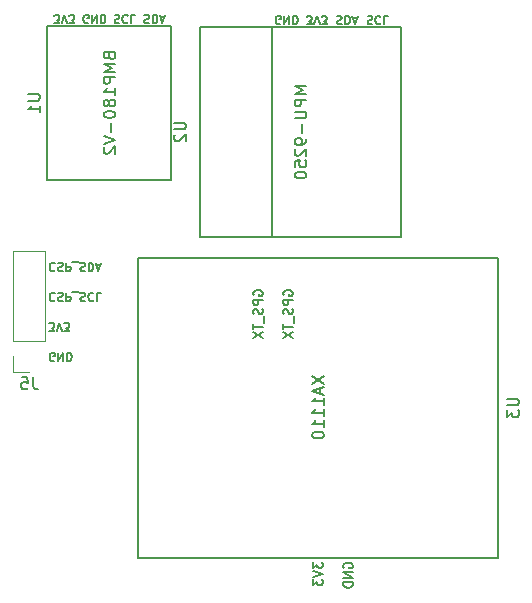
<source format=gbo>
G04 #@! TF.GenerationSoftware,KiCad,Pcbnew,6.0.0-unknown-920f128~86~ubuntu18.04.1*
G04 #@! TF.CreationDate,2019-07-19T16:23:03-04:00*
G04 #@! TF.ProjectId,OBC,4f42432e-6b69-4636-9164-5f7063625858,rev?*
G04 #@! TF.SameCoordinates,Original*
G04 #@! TF.FileFunction,Legend,Bot*
G04 #@! TF.FilePolarity,Positive*
%FSLAX46Y46*%
G04 Gerber Fmt 4.6, Leading zero omitted, Abs format (unit mm)*
G04 Created by KiCad (PCBNEW 6.0.0-unknown-920f128~86~ubuntu18.04.1) date 2019-07-19 16:23:03*
%MOMM*%
%LPD*%
G04 APERTURE LIST*
%ADD10C,0.150000*%
%ADD11C,0.120000*%
G04 APERTURE END LIST*
D10*
X152035000Y-70407023D02*
X151996904Y-70330833D01*
X151996904Y-70216547D01*
X152035000Y-70102261D01*
X152111190Y-70026071D01*
X152187380Y-69987976D01*
X152339761Y-69949880D01*
X152454047Y-69949880D01*
X152606428Y-69987976D01*
X152682619Y-70026071D01*
X152758809Y-70102261D01*
X152796904Y-70216547D01*
X152796904Y-70292738D01*
X152758809Y-70407023D01*
X152720714Y-70445119D01*
X152454047Y-70445119D01*
X152454047Y-70292738D01*
X152796904Y-70787976D02*
X151996904Y-70787976D01*
X151996904Y-71092738D01*
X152035000Y-71168928D01*
X152073095Y-71207023D01*
X152149285Y-71245119D01*
X152263571Y-71245119D01*
X152339761Y-71207023D01*
X152377857Y-71168928D01*
X152415952Y-71092738D01*
X152415952Y-70787976D01*
X152758809Y-71549880D02*
X152796904Y-71664166D01*
X152796904Y-71854642D01*
X152758809Y-71930833D01*
X152720714Y-71968928D01*
X152644523Y-72007023D01*
X152568333Y-72007023D01*
X152492142Y-71968928D01*
X152454047Y-71930833D01*
X152415952Y-71854642D01*
X152377857Y-71702261D01*
X152339761Y-71626071D01*
X152301666Y-71587976D01*
X152225476Y-71549880D01*
X152149285Y-71549880D01*
X152073095Y-71587976D01*
X152035000Y-71626071D01*
X151996904Y-71702261D01*
X151996904Y-71892738D01*
X152035000Y-72007023D01*
X152873095Y-72159404D02*
X152873095Y-72768928D01*
X151996904Y-72845119D02*
X151996904Y-73302261D01*
X152796904Y-73073690D02*
X151996904Y-73073690D01*
X151996904Y-73492738D02*
X152796904Y-74026071D01*
X151996904Y-74026071D02*
X152796904Y-73492738D01*
X149495000Y-70407023D02*
X149456904Y-70330833D01*
X149456904Y-70216547D01*
X149495000Y-70102261D01*
X149571190Y-70026071D01*
X149647380Y-69987976D01*
X149799761Y-69949880D01*
X149914047Y-69949880D01*
X150066428Y-69987976D01*
X150142619Y-70026071D01*
X150218809Y-70102261D01*
X150256904Y-70216547D01*
X150256904Y-70292738D01*
X150218809Y-70407023D01*
X150180714Y-70445119D01*
X149914047Y-70445119D01*
X149914047Y-70292738D01*
X150256904Y-70787976D02*
X149456904Y-70787976D01*
X149456904Y-71092738D01*
X149495000Y-71168928D01*
X149533095Y-71207023D01*
X149609285Y-71245119D01*
X149723571Y-71245119D01*
X149799761Y-71207023D01*
X149837857Y-71168928D01*
X149875952Y-71092738D01*
X149875952Y-70787976D01*
X150218809Y-71549880D02*
X150256904Y-71664166D01*
X150256904Y-71854642D01*
X150218809Y-71930833D01*
X150180714Y-71968928D01*
X150104523Y-72007023D01*
X150028333Y-72007023D01*
X149952142Y-71968928D01*
X149914047Y-71930833D01*
X149875952Y-71854642D01*
X149837857Y-71702261D01*
X149799761Y-71626071D01*
X149761666Y-71587976D01*
X149685476Y-71549880D01*
X149609285Y-71549880D01*
X149533095Y-71587976D01*
X149495000Y-71626071D01*
X149456904Y-71702261D01*
X149456904Y-71892738D01*
X149495000Y-72007023D01*
X150333095Y-72159404D02*
X150333095Y-72768928D01*
X149456904Y-72845119D02*
X149456904Y-73302261D01*
X150256904Y-73073690D02*
X149456904Y-73073690D01*
X149456904Y-73492738D02*
X150256904Y-74026071D01*
X149456904Y-74026071D02*
X150256904Y-73492738D01*
X157115000Y-93507023D02*
X157076904Y-93430833D01*
X157076904Y-93316547D01*
X157115000Y-93202261D01*
X157191190Y-93126071D01*
X157267380Y-93087976D01*
X157419761Y-93049880D01*
X157534047Y-93049880D01*
X157686428Y-93087976D01*
X157762619Y-93126071D01*
X157838809Y-93202261D01*
X157876904Y-93316547D01*
X157876904Y-93392738D01*
X157838809Y-93507023D01*
X157800714Y-93545119D01*
X157534047Y-93545119D01*
X157534047Y-93392738D01*
X157876904Y-93887976D02*
X157076904Y-93887976D01*
X157876904Y-94345119D01*
X157076904Y-94345119D01*
X157876904Y-94726071D02*
X157076904Y-94726071D01*
X157076904Y-94916547D01*
X157115000Y-95030833D01*
X157191190Y-95107023D01*
X157267380Y-95145119D01*
X157419761Y-95183214D01*
X157534047Y-95183214D01*
X157686428Y-95145119D01*
X157762619Y-95107023D01*
X157838809Y-95030833D01*
X157876904Y-94916547D01*
X157876904Y-94726071D01*
X154536904Y-93011785D02*
X154536904Y-93507023D01*
X154841666Y-93240357D01*
X154841666Y-93354642D01*
X154879761Y-93430833D01*
X154917857Y-93468928D01*
X154994047Y-93507023D01*
X155184523Y-93507023D01*
X155260714Y-93468928D01*
X155298809Y-93430833D01*
X155336904Y-93354642D01*
X155336904Y-93126071D01*
X155298809Y-93049880D01*
X155260714Y-93011785D01*
X154536904Y-93735595D02*
X155336904Y-94002261D01*
X154536904Y-94268928D01*
X154536904Y-94459404D02*
X154536904Y-94954642D01*
X154841666Y-94687976D01*
X154841666Y-94802261D01*
X154879761Y-94878452D01*
X154917857Y-94916547D01*
X154994047Y-94954642D01*
X155184523Y-94954642D01*
X155260714Y-94916547D01*
X155298809Y-94878452D01*
X155336904Y-94802261D01*
X155336904Y-94573690D01*
X155298809Y-94497500D01*
X155260714Y-94459404D01*
X159126666Y-46791666D02*
X159226666Y-46758333D01*
X159393333Y-46758333D01*
X159460000Y-46791666D01*
X159493333Y-46825000D01*
X159526666Y-46891666D01*
X159526666Y-46958333D01*
X159493333Y-47025000D01*
X159460000Y-47058333D01*
X159393333Y-47091666D01*
X159260000Y-47125000D01*
X159193333Y-47158333D01*
X159160000Y-47191666D01*
X159126666Y-47258333D01*
X159126666Y-47325000D01*
X159160000Y-47391666D01*
X159193333Y-47425000D01*
X159260000Y-47458333D01*
X159426666Y-47458333D01*
X159526666Y-47425000D01*
X160226666Y-46825000D02*
X160193333Y-46791666D01*
X160093333Y-46758333D01*
X160026666Y-46758333D01*
X159926666Y-46791666D01*
X159860000Y-46858333D01*
X159826666Y-46925000D01*
X159793333Y-47058333D01*
X159793333Y-47158333D01*
X159826666Y-47291666D01*
X159860000Y-47358333D01*
X159926666Y-47425000D01*
X160026666Y-47458333D01*
X160093333Y-47458333D01*
X160193333Y-47425000D01*
X160226666Y-47391666D01*
X160860000Y-46758333D02*
X160526666Y-46758333D01*
X160526666Y-47458333D01*
X156550000Y-46791666D02*
X156650000Y-46758333D01*
X156816666Y-46758333D01*
X156883333Y-46791666D01*
X156916666Y-46825000D01*
X156950000Y-46891666D01*
X156950000Y-46958333D01*
X156916666Y-47025000D01*
X156883333Y-47058333D01*
X156816666Y-47091666D01*
X156683333Y-47125000D01*
X156616666Y-47158333D01*
X156583333Y-47191666D01*
X156550000Y-47258333D01*
X156550000Y-47325000D01*
X156583333Y-47391666D01*
X156616666Y-47425000D01*
X156683333Y-47458333D01*
X156850000Y-47458333D01*
X156950000Y-47425000D01*
X157250000Y-46758333D02*
X157250000Y-47458333D01*
X157416666Y-47458333D01*
X157516666Y-47425000D01*
X157583333Y-47358333D01*
X157616666Y-47291666D01*
X157650000Y-47158333D01*
X157650000Y-47058333D01*
X157616666Y-46925000D01*
X157583333Y-46858333D01*
X157516666Y-46791666D01*
X157416666Y-46758333D01*
X157250000Y-46758333D01*
X157916666Y-46958333D02*
X158250000Y-46958333D01*
X157850000Y-46758333D02*
X158083333Y-47458333D01*
X158316666Y-46758333D01*
X153973333Y-47458333D02*
X154406666Y-47458333D01*
X154173333Y-47191666D01*
X154273333Y-47191666D01*
X154340000Y-47158333D01*
X154373333Y-47125000D01*
X154406666Y-47058333D01*
X154406666Y-46891666D01*
X154373333Y-46825000D01*
X154340000Y-46791666D01*
X154273333Y-46758333D01*
X154073333Y-46758333D01*
X154006666Y-46791666D01*
X153973333Y-46825000D01*
X154606666Y-47458333D02*
X154840000Y-46758333D01*
X155073333Y-47458333D01*
X155240000Y-47458333D02*
X155673333Y-47458333D01*
X155440000Y-47191666D01*
X155540000Y-47191666D01*
X155606666Y-47158333D01*
X155640000Y-47125000D01*
X155673333Y-47058333D01*
X155673333Y-46891666D01*
X155640000Y-46825000D01*
X155606666Y-46791666D01*
X155540000Y-46758333D01*
X155340000Y-46758333D01*
X155273333Y-46791666D01*
X155240000Y-46825000D01*
X151746666Y-47425000D02*
X151680000Y-47458333D01*
X151580000Y-47458333D01*
X151480000Y-47425000D01*
X151413333Y-47358333D01*
X151380000Y-47291666D01*
X151346666Y-47158333D01*
X151346666Y-47058333D01*
X151380000Y-46925000D01*
X151413333Y-46858333D01*
X151480000Y-46791666D01*
X151580000Y-46758333D01*
X151646666Y-46758333D01*
X151746666Y-46791666D01*
X151780000Y-46825000D01*
X151780000Y-47058333D01*
X151646666Y-47058333D01*
X152080000Y-46758333D02*
X152080000Y-47458333D01*
X152480000Y-46758333D01*
X152480000Y-47458333D01*
X152813333Y-46758333D02*
X152813333Y-47458333D01*
X152980000Y-47458333D01*
X153080000Y-47425000D01*
X153146666Y-47358333D01*
X153180000Y-47291666D01*
X153213333Y-47158333D01*
X153213333Y-47058333D01*
X153180000Y-46925000D01*
X153146666Y-46858333D01*
X153080000Y-46791666D01*
X152980000Y-46758333D01*
X152813333Y-46758333D01*
X140235000Y-46716666D02*
X140335000Y-46683333D01*
X140501666Y-46683333D01*
X140568333Y-46716666D01*
X140601666Y-46750000D01*
X140635000Y-46816666D01*
X140635000Y-46883333D01*
X140601666Y-46950000D01*
X140568333Y-46983333D01*
X140501666Y-47016666D01*
X140368333Y-47050000D01*
X140301666Y-47083333D01*
X140268333Y-47116666D01*
X140235000Y-47183333D01*
X140235000Y-47250000D01*
X140268333Y-47316666D01*
X140301666Y-47350000D01*
X140368333Y-47383333D01*
X140535000Y-47383333D01*
X140635000Y-47350000D01*
X140935000Y-46683333D02*
X140935000Y-47383333D01*
X141101666Y-47383333D01*
X141201666Y-47350000D01*
X141268333Y-47283333D01*
X141301666Y-47216666D01*
X141335000Y-47083333D01*
X141335000Y-46983333D01*
X141301666Y-46850000D01*
X141268333Y-46783333D01*
X141201666Y-46716666D01*
X141101666Y-46683333D01*
X140935000Y-46683333D01*
X141601666Y-46883333D02*
X141935000Y-46883333D01*
X141535000Y-46683333D02*
X141768333Y-47383333D01*
X142001666Y-46683333D01*
X137711666Y-46716666D02*
X137811666Y-46683333D01*
X137978333Y-46683333D01*
X138045000Y-46716666D01*
X138078333Y-46750000D01*
X138111666Y-46816666D01*
X138111666Y-46883333D01*
X138078333Y-46950000D01*
X138045000Y-46983333D01*
X137978333Y-47016666D01*
X137845000Y-47050000D01*
X137778333Y-47083333D01*
X137745000Y-47116666D01*
X137711666Y-47183333D01*
X137711666Y-47250000D01*
X137745000Y-47316666D01*
X137778333Y-47350000D01*
X137845000Y-47383333D01*
X138011666Y-47383333D01*
X138111666Y-47350000D01*
X138811666Y-46750000D02*
X138778333Y-46716666D01*
X138678333Y-46683333D01*
X138611666Y-46683333D01*
X138511666Y-46716666D01*
X138445000Y-46783333D01*
X138411666Y-46850000D01*
X138378333Y-46983333D01*
X138378333Y-47083333D01*
X138411666Y-47216666D01*
X138445000Y-47283333D01*
X138511666Y-47350000D01*
X138611666Y-47383333D01*
X138678333Y-47383333D01*
X138778333Y-47350000D01*
X138811666Y-47316666D01*
X139445000Y-46683333D02*
X139111666Y-46683333D01*
X139111666Y-47383333D01*
X135471666Y-47350000D02*
X135405000Y-47383333D01*
X135305000Y-47383333D01*
X135205000Y-47350000D01*
X135138333Y-47283333D01*
X135105000Y-47216666D01*
X135071666Y-47083333D01*
X135071666Y-46983333D01*
X135105000Y-46850000D01*
X135138333Y-46783333D01*
X135205000Y-46716666D01*
X135305000Y-46683333D01*
X135371666Y-46683333D01*
X135471666Y-46716666D01*
X135505000Y-46750000D01*
X135505000Y-46983333D01*
X135371666Y-46983333D01*
X135805000Y-46683333D02*
X135805000Y-47383333D01*
X136205000Y-46683333D01*
X136205000Y-47383333D01*
X136538333Y-46683333D02*
X136538333Y-47383333D01*
X136705000Y-47383333D01*
X136805000Y-47350000D01*
X136871666Y-47283333D01*
X136905000Y-47216666D01*
X136938333Y-47083333D01*
X136938333Y-46983333D01*
X136905000Y-46850000D01*
X136871666Y-46783333D01*
X136805000Y-46716666D01*
X136705000Y-46683333D01*
X136538333Y-46683333D01*
X132598333Y-47383333D02*
X133031666Y-47383333D01*
X132798333Y-47116666D01*
X132898333Y-47116666D01*
X132965000Y-47083333D01*
X132998333Y-47050000D01*
X133031666Y-46983333D01*
X133031666Y-46816666D01*
X132998333Y-46750000D01*
X132965000Y-46716666D01*
X132898333Y-46683333D01*
X132698333Y-46683333D01*
X132631666Y-46716666D01*
X132598333Y-46750000D01*
X133231666Y-47383333D02*
X133465000Y-46683333D01*
X133698333Y-47383333D01*
X133865000Y-47383333D02*
X134298333Y-47383333D01*
X134065000Y-47116666D01*
X134165000Y-47116666D01*
X134231666Y-47083333D01*
X134265000Y-47050000D01*
X134298333Y-46983333D01*
X134298333Y-46816666D01*
X134265000Y-46750000D01*
X134231666Y-46716666D01*
X134165000Y-46683333D01*
X133965000Y-46683333D01*
X133898333Y-46716666D01*
X133865000Y-46750000D01*
X132605833Y-75950000D02*
X132539166Y-75983333D01*
X132439166Y-75983333D01*
X132339166Y-75950000D01*
X132272500Y-75883333D01*
X132239166Y-75816666D01*
X132205833Y-75683333D01*
X132205833Y-75583333D01*
X132239166Y-75450000D01*
X132272500Y-75383333D01*
X132339166Y-75316666D01*
X132439166Y-75283333D01*
X132505833Y-75283333D01*
X132605833Y-75316666D01*
X132639166Y-75350000D01*
X132639166Y-75583333D01*
X132505833Y-75583333D01*
X132939166Y-75283333D02*
X132939166Y-75983333D01*
X133339166Y-75283333D01*
X133339166Y-75983333D01*
X133672500Y-75283333D02*
X133672500Y-75983333D01*
X133839166Y-75983333D01*
X133939166Y-75950000D01*
X134005833Y-75883333D01*
X134039166Y-75816666D01*
X134072500Y-75683333D01*
X134072500Y-75583333D01*
X134039166Y-75450000D01*
X134005833Y-75383333D01*
X133939166Y-75316666D01*
X133839166Y-75283333D01*
X133672500Y-75283333D01*
X132172500Y-73443333D02*
X132605833Y-73443333D01*
X132372500Y-73176666D01*
X132472500Y-73176666D01*
X132539166Y-73143333D01*
X132572500Y-73110000D01*
X132605833Y-73043333D01*
X132605833Y-72876666D01*
X132572500Y-72810000D01*
X132539166Y-72776666D01*
X132472500Y-72743333D01*
X132272500Y-72743333D01*
X132205833Y-72776666D01*
X132172500Y-72810000D01*
X132805833Y-73443333D02*
X133039166Y-72743333D01*
X133272500Y-73443333D01*
X133439166Y-73443333D02*
X133872500Y-73443333D01*
X133639166Y-73176666D01*
X133739166Y-73176666D01*
X133805833Y-73143333D01*
X133839166Y-73110000D01*
X133872500Y-73043333D01*
X133872500Y-72876666D01*
X133839166Y-72810000D01*
X133805833Y-72776666D01*
X133739166Y-72743333D01*
X133539166Y-72743333D01*
X133472500Y-72776666D01*
X133439166Y-72810000D01*
X132639166Y-70270000D02*
X132605833Y-70236666D01*
X132505833Y-70203333D01*
X132439166Y-70203333D01*
X132339166Y-70236666D01*
X132272500Y-70303333D01*
X132239166Y-70370000D01*
X132205833Y-70503333D01*
X132205833Y-70603333D01*
X132239166Y-70736666D01*
X132272500Y-70803333D01*
X132339166Y-70870000D01*
X132439166Y-70903333D01*
X132505833Y-70903333D01*
X132605833Y-70870000D01*
X132639166Y-70836666D01*
X132905833Y-70236666D02*
X133005833Y-70203333D01*
X133172500Y-70203333D01*
X133239166Y-70236666D01*
X133272500Y-70270000D01*
X133305833Y-70336666D01*
X133305833Y-70403333D01*
X133272500Y-70470000D01*
X133239166Y-70503333D01*
X133172500Y-70536666D01*
X133039166Y-70570000D01*
X132972500Y-70603333D01*
X132939166Y-70636666D01*
X132905833Y-70703333D01*
X132905833Y-70770000D01*
X132939166Y-70836666D01*
X132972500Y-70870000D01*
X133039166Y-70903333D01*
X133205833Y-70903333D01*
X133305833Y-70870000D01*
X133605833Y-70203333D02*
X133605833Y-70903333D01*
X133872500Y-70903333D01*
X133939166Y-70870000D01*
X133972500Y-70836666D01*
X134005833Y-70770000D01*
X134005833Y-70670000D01*
X133972500Y-70603333D01*
X133939166Y-70570000D01*
X133872500Y-70536666D01*
X133605833Y-70536666D01*
X134139166Y-70136666D02*
X134672500Y-70136666D01*
X134805833Y-70236666D02*
X134905833Y-70203333D01*
X135072500Y-70203333D01*
X135139166Y-70236666D01*
X135172500Y-70270000D01*
X135205833Y-70336666D01*
X135205833Y-70403333D01*
X135172500Y-70470000D01*
X135139166Y-70503333D01*
X135072500Y-70536666D01*
X134939166Y-70570000D01*
X134872500Y-70603333D01*
X134839166Y-70636666D01*
X134805833Y-70703333D01*
X134805833Y-70770000D01*
X134839166Y-70836666D01*
X134872500Y-70870000D01*
X134939166Y-70903333D01*
X135105833Y-70903333D01*
X135205833Y-70870000D01*
X135905833Y-70270000D02*
X135872500Y-70236666D01*
X135772500Y-70203333D01*
X135705833Y-70203333D01*
X135605833Y-70236666D01*
X135539166Y-70303333D01*
X135505833Y-70370000D01*
X135472500Y-70503333D01*
X135472500Y-70603333D01*
X135505833Y-70736666D01*
X135539166Y-70803333D01*
X135605833Y-70870000D01*
X135705833Y-70903333D01*
X135772500Y-70903333D01*
X135872500Y-70870000D01*
X135905833Y-70836666D01*
X136539166Y-70203333D02*
X136205833Y-70203333D01*
X136205833Y-70903333D01*
X132639166Y-67730000D02*
X132605833Y-67696666D01*
X132505833Y-67663333D01*
X132439166Y-67663333D01*
X132339166Y-67696666D01*
X132272500Y-67763333D01*
X132239166Y-67830000D01*
X132205833Y-67963333D01*
X132205833Y-68063333D01*
X132239166Y-68196666D01*
X132272500Y-68263333D01*
X132339166Y-68330000D01*
X132439166Y-68363333D01*
X132505833Y-68363333D01*
X132605833Y-68330000D01*
X132639166Y-68296666D01*
X132905833Y-67696666D02*
X133005833Y-67663333D01*
X133172500Y-67663333D01*
X133239166Y-67696666D01*
X133272500Y-67730000D01*
X133305833Y-67796666D01*
X133305833Y-67863333D01*
X133272500Y-67930000D01*
X133239166Y-67963333D01*
X133172500Y-67996666D01*
X133039166Y-68030000D01*
X132972500Y-68063333D01*
X132939166Y-68096666D01*
X132905833Y-68163333D01*
X132905833Y-68230000D01*
X132939166Y-68296666D01*
X132972500Y-68330000D01*
X133039166Y-68363333D01*
X133205833Y-68363333D01*
X133305833Y-68330000D01*
X133605833Y-67663333D02*
X133605833Y-68363333D01*
X133872500Y-68363333D01*
X133939166Y-68330000D01*
X133972500Y-68296666D01*
X134005833Y-68230000D01*
X134005833Y-68130000D01*
X133972500Y-68063333D01*
X133939166Y-68030000D01*
X133872500Y-67996666D01*
X133605833Y-67996666D01*
X134139166Y-67596666D02*
X134672500Y-67596666D01*
X134805833Y-67696666D02*
X134905833Y-67663333D01*
X135072500Y-67663333D01*
X135139166Y-67696666D01*
X135172500Y-67730000D01*
X135205833Y-67796666D01*
X135205833Y-67863333D01*
X135172500Y-67930000D01*
X135139166Y-67963333D01*
X135072500Y-67996666D01*
X134939166Y-68030000D01*
X134872500Y-68063333D01*
X134839166Y-68096666D01*
X134805833Y-68163333D01*
X134805833Y-68230000D01*
X134839166Y-68296666D01*
X134872500Y-68330000D01*
X134939166Y-68363333D01*
X135105833Y-68363333D01*
X135205833Y-68330000D01*
X135505833Y-67663333D02*
X135505833Y-68363333D01*
X135672500Y-68363333D01*
X135772500Y-68330000D01*
X135839166Y-68263333D01*
X135872500Y-68196666D01*
X135905833Y-68063333D01*
X135905833Y-67963333D01*
X135872500Y-67830000D01*
X135839166Y-67763333D01*
X135772500Y-67696666D01*
X135672500Y-67663333D01*
X135505833Y-67663333D01*
X136172500Y-67863333D02*
X136505833Y-67863333D01*
X136105833Y-67663333D02*
X136339166Y-68363333D01*
X136572500Y-67663333D01*
D11*
X129145000Y-66650000D02*
X131805000Y-66650000D01*
X129145000Y-74330000D02*
X129145000Y-66650000D01*
X131805000Y-74330000D02*
X131805000Y-66650000D01*
X129145000Y-74330000D02*
X131805000Y-74330000D01*
X129145000Y-75600000D02*
X129145000Y-76930000D01*
X129145000Y-76930000D02*
X130475000Y-76930000D01*
D10*
X170215000Y-92625000D02*
X139735000Y-92625000D01*
X139735000Y-92625000D02*
X139735000Y-67225000D01*
X139735000Y-67225000D02*
X170215000Y-67225000D01*
X170215000Y-92625000D02*
X170215000Y-67225000D01*
X161960000Y-47685000D02*
X161960000Y-65465000D01*
X144940000Y-47685000D02*
X144940000Y-65465000D01*
X144940000Y-47685000D02*
X161960000Y-47685000D01*
X144940000Y-65465000D02*
X161960000Y-65465000D01*
X151040000Y-47685000D02*
X151040000Y-65465000D01*
X132025000Y-47625000D02*
X142525000Y-47625000D01*
X142525000Y-47625000D02*
X142525000Y-60625000D01*
X142525000Y-60625000D02*
X132025000Y-60625000D01*
X132025000Y-60625000D02*
X132025000Y-47625000D01*
X130808333Y-77382380D02*
X130808333Y-78096666D01*
X130855952Y-78239523D01*
X130951190Y-78334761D01*
X131094047Y-78382380D01*
X131189285Y-78382380D01*
X129855952Y-77382380D02*
X130332142Y-77382380D01*
X130379761Y-77858571D01*
X130332142Y-77810952D01*
X130236904Y-77763333D01*
X129998809Y-77763333D01*
X129903571Y-77810952D01*
X129855952Y-77858571D01*
X129808333Y-77953809D01*
X129808333Y-78191904D01*
X129855952Y-78287142D01*
X129903571Y-78334761D01*
X129998809Y-78382380D01*
X130236904Y-78382380D01*
X130332142Y-78334761D01*
X130379761Y-78287142D01*
X170937380Y-79163095D02*
X171746904Y-79163095D01*
X171842142Y-79210714D01*
X171889761Y-79258333D01*
X171937380Y-79353571D01*
X171937380Y-79544047D01*
X171889761Y-79639285D01*
X171842142Y-79686904D01*
X171746904Y-79734523D01*
X170937380Y-79734523D01*
X170937380Y-80115476D02*
X170937380Y-80734523D01*
X171318333Y-80401190D01*
X171318333Y-80544047D01*
X171365952Y-80639285D01*
X171413571Y-80686904D01*
X171508809Y-80734523D01*
X171746904Y-80734523D01*
X171842142Y-80686904D01*
X171889761Y-80639285D01*
X171937380Y-80544047D01*
X171937380Y-80258333D01*
X171889761Y-80163095D01*
X171842142Y-80115476D01*
X154427380Y-77258333D02*
X155427380Y-77925000D01*
X154427380Y-77925000D02*
X155427380Y-77258333D01*
X155141666Y-78258333D02*
X155141666Y-78734523D01*
X155427380Y-78163095D02*
X154427380Y-78496428D01*
X155427380Y-78829761D01*
X155427380Y-79686904D02*
X155427380Y-79115476D01*
X155427380Y-79401190D02*
X154427380Y-79401190D01*
X154570238Y-79305952D01*
X154665476Y-79210714D01*
X154713095Y-79115476D01*
X155427380Y-80639285D02*
X155427380Y-80067857D01*
X155427380Y-80353571D02*
X154427380Y-80353571D01*
X154570238Y-80258333D01*
X154665476Y-80163095D01*
X154713095Y-80067857D01*
X155427380Y-81591666D02*
X155427380Y-81020238D01*
X155427380Y-81305952D02*
X154427380Y-81305952D01*
X154570238Y-81210714D01*
X154665476Y-81115476D01*
X154713095Y-81020238D01*
X154427380Y-82210714D02*
X154427380Y-82305952D01*
X154475000Y-82401190D01*
X154522619Y-82448809D01*
X154617857Y-82496428D01*
X154808333Y-82544047D01*
X155046428Y-82544047D01*
X155236904Y-82496428D01*
X155332142Y-82448809D01*
X155379761Y-82401190D01*
X155427380Y-82305952D01*
X155427380Y-82210714D01*
X155379761Y-82115476D01*
X155332142Y-82067857D01*
X155236904Y-82020238D01*
X155046428Y-81972619D01*
X154808333Y-81972619D01*
X154617857Y-82020238D01*
X154522619Y-82067857D01*
X154475000Y-82115476D01*
X154427380Y-82210714D01*
X142742380Y-55813095D02*
X143551904Y-55813095D01*
X143647142Y-55860714D01*
X143694761Y-55908333D01*
X143742380Y-56003571D01*
X143742380Y-56194047D01*
X143694761Y-56289285D01*
X143647142Y-56336904D01*
X143551904Y-56384523D01*
X142742380Y-56384523D01*
X142837619Y-56813095D02*
X142790000Y-56860714D01*
X142742380Y-56955952D01*
X142742380Y-57194047D01*
X142790000Y-57289285D01*
X142837619Y-57336904D01*
X142932857Y-57384523D01*
X143028095Y-57384523D01*
X143170952Y-57336904D01*
X143742380Y-56765476D01*
X143742380Y-57384523D01*
X153952380Y-52719047D02*
X152952380Y-52719047D01*
X153666666Y-53052380D01*
X152952380Y-53385714D01*
X153952380Y-53385714D01*
X153952380Y-53861904D02*
X152952380Y-53861904D01*
X152952380Y-54242857D01*
X153000000Y-54338095D01*
X153047619Y-54385714D01*
X153142857Y-54433333D01*
X153285714Y-54433333D01*
X153380952Y-54385714D01*
X153428571Y-54338095D01*
X153476190Y-54242857D01*
X153476190Y-53861904D01*
X152952380Y-54861904D02*
X153761904Y-54861904D01*
X153857142Y-54909523D01*
X153904761Y-54957142D01*
X153952380Y-55052380D01*
X153952380Y-55242857D01*
X153904761Y-55338095D01*
X153857142Y-55385714D01*
X153761904Y-55433333D01*
X152952380Y-55433333D01*
X153571428Y-55909523D02*
X153571428Y-56671428D01*
X153952380Y-57195238D02*
X153952380Y-57385714D01*
X153904761Y-57480952D01*
X153857142Y-57528571D01*
X153714285Y-57623809D01*
X153523809Y-57671428D01*
X153142857Y-57671428D01*
X153047619Y-57623809D01*
X153000000Y-57576190D01*
X152952380Y-57480952D01*
X152952380Y-57290476D01*
X153000000Y-57195238D01*
X153047619Y-57147619D01*
X153142857Y-57100000D01*
X153380952Y-57100000D01*
X153476190Y-57147619D01*
X153523809Y-57195238D01*
X153571428Y-57290476D01*
X153571428Y-57480952D01*
X153523809Y-57576190D01*
X153476190Y-57623809D01*
X153380952Y-57671428D01*
X153047619Y-58052380D02*
X153000000Y-58100000D01*
X152952380Y-58195238D01*
X152952380Y-58433333D01*
X153000000Y-58528571D01*
X153047619Y-58576190D01*
X153142857Y-58623809D01*
X153238095Y-58623809D01*
X153380952Y-58576190D01*
X153952380Y-58004761D01*
X153952380Y-58623809D01*
X152952380Y-59528571D02*
X152952380Y-59052380D01*
X153428571Y-59004761D01*
X153380952Y-59052380D01*
X153333333Y-59147619D01*
X153333333Y-59385714D01*
X153380952Y-59480952D01*
X153428571Y-59528571D01*
X153523809Y-59576190D01*
X153761904Y-59576190D01*
X153857142Y-59528571D01*
X153904761Y-59480952D01*
X153952380Y-59385714D01*
X153952380Y-59147619D01*
X153904761Y-59052380D01*
X153857142Y-59004761D01*
X152952380Y-60195238D02*
X152952380Y-60290476D01*
X153000000Y-60385714D01*
X153047619Y-60433333D01*
X153142857Y-60480952D01*
X153333333Y-60528571D01*
X153571428Y-60528571D01*
X153761904Y-60480952D01*
X153857142Y-60433333D01*
X153904761Y-60385714D01*
X153952380Y-60290476D01*
X153952380Y-60195238D01*
X153904761Y-60100000D01*
X153857142Y-60052380D01*
X153761904Y-60004761D01*
X153571428Y-59957142D01*
X153333333Y-59957142D01*
X153142857Y-60004761D01*
X153047619Y-60052380D01*
X153000000Y-60100000D01*
X152952380Y-60195238D01*
X130377380Y-53363095D02*
X131186904Y-53363095D01*
X131282142Y-53410714D01*
X131329761Y-53458333D01*
X131377380Y-53553571D01*
X131377380Y-53744047D01*
X131329761Y-53839285D01*
X131282142Y-53886904D01*
X131186904Y-53934523D01*
X130377380Y-53934523D01*
X131377380Y-54934523D02*
X131377380Y-54363095D01*
X131377380Y-54648809D02*
X130377380Y-54648809D01*
X130520238Y-54553571D01*
X130615476Y-54458333D01*
X130663095Y-54363095D01*
X137253571Y-50147619D02*
X137301190Y-50290476D01*
X137348809Y-50338095D01*
X137444047Y-50385714D01*
X137586904Y-50385714D01*
X137682142Y-50338095D01*
X137729761Y-50290476D01*
X137777380Y-50195238D01*
X137777380Y-49814285D01*
X136777380Y-49814285D01*
X136777380Y-50147619D01*
X136825000Y-50242857D01*
X136872619Y-50290476D01*
X136967857Y-50338095D01*
X137063095Y-50338095D01*
X137158333Y-50290476D01*
X137205952Y-50242857D01*
X137253571Y-50147619D01*
X137253571Y-49814285D01*
X137777380Y-50814285D02*
X136777380Y-50814285D01*
X137491666Y-51147619D01*
X136777380Y-51480952D01*
X137777380Y-51480952D01*
X137777380Y-51957142D02*
X136777380Y-51957142D01*
X136777380Y-52338095D01*
X136825000Y-52433333D01*
X136872619Y-52480952D01*
X136967857Y-52528571D01*
X137110714Y-52528571D01*
X137205952Y-52480952D01*
X137253571Y-52433333D01*
X137301190Y-52338095D01*
X137301190Y-51957142D01*
X137777380Y-53480952D02*
X137777380Y-52909523D01*
X137777380Y-53195238D02*
X136777380Y-53195238D01*
X136920238Y-53100000D01*
X137015476Y-53004761D01*
X137063095Y-52909523D01*
X137205952Y-54052380D02*
X137158333Y-53957142D01*
X137110714Y-53909523D01*
X137015476Y-53861904D01*
X136967857Y-53861904D01*
X136872619Y-53909523D01*
X136825000Y-53957142D01*
X136777380Y-54052380D01*
X136777380Y-54242857D01*
X136825000Y-54338095D01*
X136872619Y-54385714D01*
X136967857Y-54433333D01*
X137015476Y-54433333D01*
X137110714Y-54385714D01*
X137158333Y-54338095D01*
X137205952Y-54242857D01*
X137205952Y-54052380D01*
X137253571Y-53957142D01*
X137301190Y-53909523D01*
X137396428Y-53861904D01*
X137586904Y-53861904D01*
X137682142Y-53909523D01*
X137729761Y-53957142D01*
X137777380Y-54052380D01*
X137777380Y-54242857D01*
X137729761Y-54338095D01*
X137682142Y-54385714D01*
X137586904Y-54433333D01*
X137396428Y-54433333D01*
X137301190Y-54385714D01*
X137253571Y-54338095D01*
X137205952Y-54242857D01*
X136777380Y-55052380D02*
X136777380Y-55147619D01*
X136825000Y-55242857D01*
X136872619Y-55290476D01*
X136967857Y-55338095D01*
X137158333Y-55385714D01*
X137396428Y-55385714D01*
X137586904Y-55338095D01*
X137682142Y-55290476D01*
X137729761Y-55242857D01*
X137777380Y-55147619D01*
X137777380Y-55052380D01*
X137729761Y-54957142D01*
X137682142Y-54909523D01*
X137586904Y-54861904D01*
X137396428Y-54814285D01*
X137158333Y-54814285D01*
X136967857Y-54861904D01*
X136872619Y-54909523D01*
X136825000Y-54957142D01*
X136777380Y-55052380D01*
X137396428Y-55814285D02*
X137396428Y-56576190D01*
X136777380Y-56909523D02*
X137777380Y-57242857D01*
X136777380Y-57576190D01*
X136872619Y-57861904D02*
X136825000Y-57909523D01*
X136777380Y-58004761D01*
X136777380Y-58242857D01*
X136825000Y-58338095D01*
X136872619Y-58385714D01*
X136967857Y-58433333D01*
X137063095Y-58433333D01*
X137205952Y-58385714D01*
X137777380Y-57814285D01*
X137777380Y-58433333D01*
M02*

</source>
